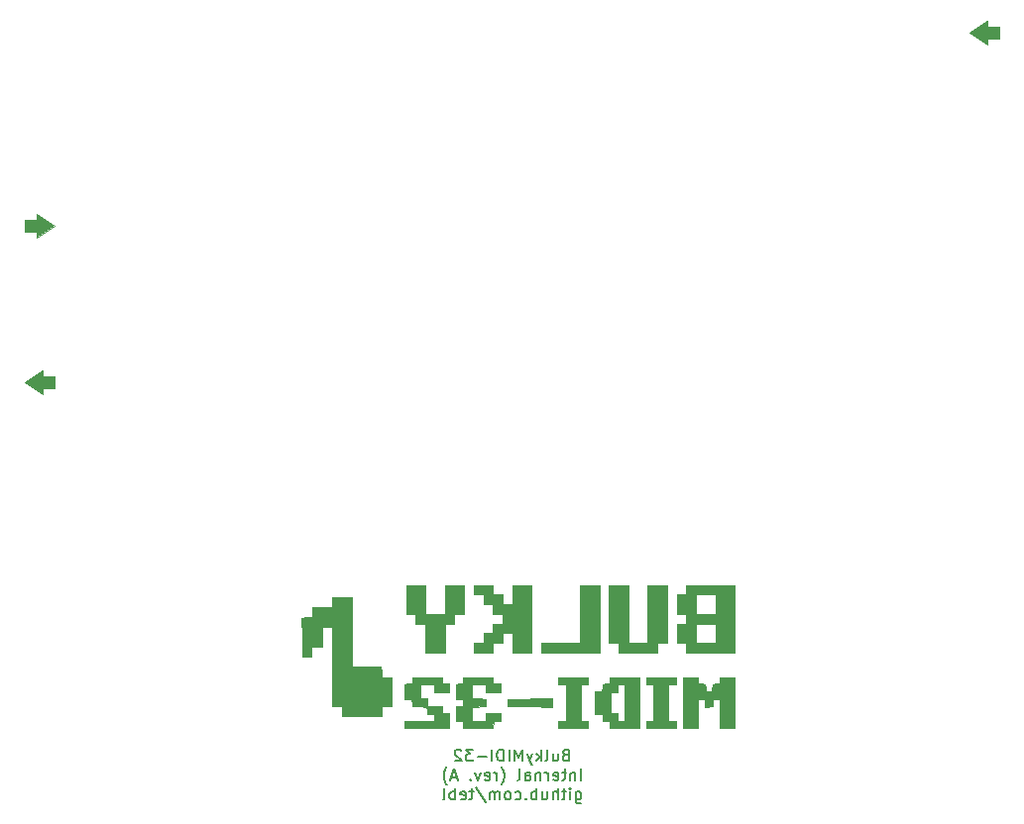
<source format=gbo>
G04 #@! TF.GenerationSoftware,KiCad,Pcbnew,(5.1.8)-1*
G04 #@! TF.CreationDate,2023-02-02T03:17:37+01:00*
G04 #@! TF.ProjectId,BulkyMIDI-32 Internal,42756c6b-794d-4494-9449-2d333220496e,rev?*
G04 #@! TF.SameCoordinates,Original*
G04 #@! TF.FileFunction,Legend,Bot*
G04 #@! TF.FilePolarity,Positive*
%FSLAX46Y46*%
G04 Gerber Fmt 4.6, Leading zero omitted, Abs format (unit mm)*
G04 Created by KiCad (PCBNEW (5.1.8)-1) date 2023-02-02 03:17:37*
%MOMM*%
%LPD*%
G01*
G04 APERTURE LIST*
%ADD10C,0.150000*%
%ADD11C,0.010000*%
%ADD12C,0.100000*%
G04 APERTURE END LIST*
D10*
X156147619Y-139542571D02*
X156004761Y-139590190D01*
X155957142Y-139637809D01*
X155909523Y-139733047D01*
X155909523Y-139875904D01*
X155957142Y-139971142D01*
X156004761Y-140018761D01*
X156100000Y-140066380D01*
X156480952Y-140066380D01*
X156480952Y-139066380D01*
X156147619Y-139066380D01*
X156052380Y-139114000D01*
X156004761Y-139161619D01*
X155957142Y-139256857D01*
X155957142Y-139352095D01*
X156004761Y-139447333D01*
X156052380Y-139494952D01*
X156147619Y-139542571D01*
X156480952Y-139542571D01*
X155052380Y-139399714D02*
X155052380Y-140066380D01*
X155480952Y-139399714D02*
X155480952Y-139923523D01*
X155433333Y-140018761D01*
X155338095Y-140066380D01*
X155195238Y-140066380D01*
X155100000Y-140018761D01*
X155052380Y-139971142D01*
X154433333Y-140066380D02*
X154528571Y-140018761D01*
X154576190Y-139923523D01*
X154576190Y-139066380D01*
X154052380Y-140066380D02*
X154052380Y-139066380D01*
X153957142Y-139685428D02*
X153671428Y-140066380D01*
X153671428Y-139399714D02*
X154052380Y-139780666D01*
X153338095Y-139399714D02*
X153100000Y-140066380D01*
X152861904Y-139399714D02*
X153100000Y-140066380D01*
X153195238Y-140304476D01*
X153242857Y-140352095D01*
X153338095Y-140399714D01*
X152480952Y-140066380D02*
X152480952Y-139066380D01*
X152147619Y-139780666D01*
X151814285Y-139066380D01*
X151814285Y-140066380D01*
X151338095Y-140066380D02*
X151338095Y-139066380D01*
X150861904Y-140066380D02*
X150861904Y-139066380D01*
X150623809Y-139066380D01*
X150480952Y-139114000D01*
X150385714Y-139209238D01*
X150338095Y-139304476D01*
X150290476Y-139494952D01*
X150290476Y-139637809D01*
X150338095Y-139828285D01*
X150385714Y-139923523D01*
X150480952Y-140018761D01*
X150623809Y-140066380D01*
X150861904Y-140066380D01*
X149861904Y-140066380D02*
X149861904Y-139066380D01*
X149385714Y-139685428D02*
X148623809Y-139685428D01*
X148242857Y-139066380D02*
X147623809Y-139066380D01*
X147957142Y-139447333D01*
X147814285Y-139447333D01*
X147719047Y-139494952D01*
X147671428Y-139542571D01*
X147623809Y-139637809D01*
X147623809Y-139875904D01*
X147671428Y-139971142D01*
X147719047Y-140018761D01*
X147814285Y-140066380D01*
X148100000Y-140066380D01*
X148195238Y-140018761D01*
X148242857Y-139971142D01*
X147242857Y-139161619D02*
X147195238Y-139114000D01*
X147100000Y-139066380D01*
X146861904Y-139066380D01*
X146766666Y-139114000D01*
X146719047Y-139161619D01*
X146671428Y-139256857D01*
X146671428Y-139352095D01*
X146719047Y-139494952D01*
X147290476Y-140066380D01*
X146671428Y-140066380D01*
X157457142Y-141716380D02*
X157457142Y-140716380D01*
X156980952Y-141049714D02*
X156980952Y-141716380D01*
X156980952Y-141144952D02*
X156933333Y-141097333D01*
X156838095Y-141049714D01*
X156695238Y-141049714D01*
X156600000Y-141097333D01*
X156552380Y-141192571D01*
X156552380Y-141716380D01*
X156219047Y-141049714D02*
X155838095Y-141049714D01*
X156076190Y-140716380D02*
X156076190Y-141573523D01*
X156028571Y-141668761D01*
X155933333Y-141716380D01*
X155838095Y-141716380D01*
X155123809Y-141668761D02*
X155219047Y-141716380D01*
X155409523Y-141716380D01*
X155504761Y-141668761D01*
X155552380Y-141573523D01*
X155552380Y-141192571D01*
X155504761Y-141097333D01*
X155409523Y-141049714D01*
X155219047Y-141049714D01*
X155123809Y-141097333D01*
X155076190Y-141192571D01*
X155076190Y-141287809D01*
X155552380Y-141383047D01*
X154647619Y-141716380D02*
X154647619Y-141049714D01*
X154647619Y-141240190D02*
X154600000Y-141144952D01*
X154552380Y-141097333D01*
X154457142Y-141049714D01*
X154361904Y-141049714D01*
X154028571Y-141049714D02*
X154028571Y-141716380D01*
X154028571Y-141144952D02*
X153980952Y-141097333D01*
X153885714Y-141049714D01*
X153742857Y-141049714D01*
X153647619Y-141097333D01*
X153600000Y-141192571D01*
X153600000Y-141716380D01*
X152695238Y-141716380D02*
X152695238Y-141192571D01*
X152742857Y-141097333D01*
X152838095Y-141049714D01*
X153028571Y-141049714D01*
X153123809Y-141097333D01*
X152695238Y-141668761D02*
X152790476Y-141716380D01*
X153028571Y-141716380D01*
X153123809Y-141668761D01*
X153171428Y-141573523D01*
X153171428Y-141478285D01*
X153123809Y-141383047D01*
X153028571Y-141335428D01*
X152790476Y-141335428D01*
X152695238Y-141287809D01*
X152076190Y-141716380D02*
X152171428Y-141668761D01*
X152219047Y-141573523D01*
X152219047Y-140716380D01*
X150647619Y-142097333D02*
X150695238Y-142049714D01*
X150790476Y-141906857D01*
X150838095Y-141811619D01*
X150885714Y-141668761D01*
X150933333Y-141430666D01*
X150933333Y-141240190D01*
X150885714Y-141002095D01*
X150838095Y-140859238D01*
X150790476Y-140764000D01*
X150695238Y-140621142D01*
X150647619Y-140573523D01*
X150266666Y-141716380D02*
X150266666Y-141049714D01*
X150266666Y-141240190D02*
X150219047Y-141144952D01*
X150171428Y-141097333D01*
X150076190Y-141049714D01*
X149980952Y-141049714D01*
X149266666Y-141668761D02*
X149361904Y-141716380D01*
X149552380Y-141716380D01*
X149647619Y-141668761D01*
X149695238Y-141573523D01*
X149695238Y-141192571D01*
X149647619Y-141097333D01*
X149552380Y-141049714D01*
X149361904Y-141049714D01*
X149266666Y-141097333D01*
X149219047Y-141192571D01*
X149219047Y-141287809D01*
X149695238Y-141383047D01*
X148885714Y-141049714D02*
X148647619Y-141716380D01*
X148409523Y-141049714D01*
X148028571Y-141621142D02*
X147980952Y-141668761D01*
X148028571Y-141716380D01*
X148076190Y-141668761D01*
X148028571Y-141621142D01*
X148028571Y-141716380D01*
X146838095Y-141430666D02*
X146361904Y-141430666D01*
X146933333Y-141716380D02*
X146600000Y-140716380D01*
X146266666Y-141716380D01*
X146028571Y-142097333D02*
X145980952Y-142049714D01*
X145885714Y-141906857D01*
X145838095Y-141811619D01*
X145790476Y-141668761D01*
X145742857Y-141430666D01*
X145742857Y-141240190D01*
X145790476Y-141002095D01*
X145838095Y-140859238D01*
X145885714Y-140764000D01*
X145980952Y-140621142D01*
X146028571Y-140573523D01*
X157004761Y-142699714D02*
X157004761Y-143509238D01*
X157052380Y-143604476D01*
X157100000Y-143652095D01*
X157195238Y-143699714D01*
X157338095Y-143699714D01*
X157433333Y-143652095D01*
X157004761Y-143318761D02*
X157100000Y-143366380D01*
X157290476Y-143366380D01*
X157385714Y-143318761D01*
X157433333Y-143271142D01*
X157480952Y-143175904D01*
X157480952Y-142890190D01*
X157433333Y-142794952D01*
X157385714Y-142747333D01*
X157290476Y-142699714D01*
X157100000Y-142699714D01*
X157004761Y-142747333D01*
X156528571Y-143366380D02*
X156528571Y-142699714D01*
X156528571Y-142366380D02*
X156576190Y-142414000D01*
X156528571Y-142461619D01*
X156480952Y-142414000D01*
X156528571Y-142366380D01*
X156528571Y-142461619D01*
X156195238Y-142699714D02*
X155814285Y-142699714D01*
X156052380Y-142366380D02*
X156052380Y-143223523D01*
X156004761Y-143318761D01*
X155909523Y-143366380D01*
X155814285Y-143366380D01*
X155480952Y-143366380D02*
X155480952Y-142366380D01*
X155052380Y-143366380D02*
X155052380Y-142842571D01*
X155100000Y-142747333D01*
X155195238Y-142699714D01*
X155338095Y-142699714D01*
X155433333Y-142747333D01*
X155480952Y-142794952D01*
X154147619Y-142699714D02*
X154147619Y-143366380D01*
X154576190Y-142699714D02*
X154576190Y-143223523D01*
X154528571Y-143318761D01*
X154433333Y-143366380D01*
X154290476Y-143366380D01*
X154195238Y-143318761D01*
X154147619Y-143271142D01*
X153671428Y-143366380D02*
X153671428Y-142366380D01*
X153671428Y-142747333D02*
X153576190Y-142699714D01*
X153385714Y-142699714D01*
X153290476Y-142747333D01*
X153242857Y-142794952D01*
X153195238Y-142890190D01*
X153195238Y-143175904D01*
X153242857Y-143271142D01*
X153290476Y-143318761D01*
X153385714Y-143366380D01*
X153576190Y-143366380D01*
X153671428Y-143318761D01*
X152766666Y-143271142D02*
X152719047Y-143318761D01*
X152766666Y-143366380D01*
X152814285Y-143318761D01*
X152766666Y-143271142D01*
X152766666Y-143366380D01*
X151861904Y-143318761D02*
X151957142Y-143366380D01*
X152147619Y-143366380D01*
X152242857Y-143318761D01*
X152290476Y-143271142D01*
X152338095Y-143175904D01*
X152338095Y-142890190D01*
X152290476Y-142794952D01*
X152242857Y-142747333D01*
X152147619Y-142699714D01*
X151957142Y-142699714D01*
X151861904Y-142747333D01*
X151290476Y-143366380D02*
X151385714Y-143318761D01*
X151433333Y-143271142D01*
X151480952Y-143175904D01*
X151480952Y-142890190D01*
X151433333Y-142794952D01*
X151385714Y-142747333D01*
X151290476Y-142699714D01*
X151147619Y-142699714D01*
X151052380Y-142747333D01*
X151004761Y-142794952D01*
X150957142Y-142890190D01*
X150957142Y-143175904D01*
X151004761Y-143271142D01*
X151052380Y-143318761D01*
X151147619Y-143366380D01*
X151290476Y-143366380D01*
X150528571Y-143366380D02*
X150528571Y-142699714D01*
X150528571Y-142794952D02*
X150480952Y-142747333D01*
X150385714Y-142699714D01*
X150242857Y-142699714D01*
X150147619Y-142747333D01*
X150100000Y-142842571D01*
X150100000Y-143366380D01*
X150100000Y-142842571D02*
X150052380Y-142747333D01*
X149957142Y-142699714D01*
X149814285Y-142699714D01*
X149719047Y-142747333D01*
X149671428Y-142842571D01*
X149671428Y-143366380D01*
X148480952Y-142318761D02*
X149338095Y-143604476D01*
X148290476Y-142699714D02*
X147909523Y-142699714D01*
X148147619Y-142366380D02*
X148147619Y-143223523D01*
X148100000Y-143318761D01*
X148004761Y-143366380D01*
X147909523Y-143366380D01*
X147195238Y-143318761D02*
X147290476Y-143366380D01*
X147480952Y-143366380D01*
X147576190Y-143318761D01*
X147623809Y-143223523D01*
X147623809Y-142842571D01*
X147576190Y-142747333D01*
X147480952Y-142699714D01*
X147290476Y-142699714D01*
X147195238Y-142747333D01*
X147147619Y-142842571D01*
X147147619Y-142937809D01*
X147623809Y-143033047D01*
X146719047Y-143366380D02*
X146719047Y-142366380D01*
X146719047Y-142747333D02*
X146623809Y-142699714D01*
X146433333Y-142699714D01*
X146338095Y-142747333D01*
X146290476Y-142794952D01*
X146242857Y-142890190D01*
X146242857Y-143175904D01*
X146290476Y-143271142D01*
X146338095Y-143318761D01*
X146433333Y-143366380D01*
X146623809Y-143366380D01*
X146719047Y-143318761D01*
X145671428Y-143366380D02*
X145766666Y-143318761D01*
X145814285Y-143223523D01*
X145814285Y-142366380D01*
D11*
G36*
X169316500Y-133164270D02*
G01*
X169316501Y-133446541D01*
X169014875Y-133465895D01*
X168713250Y-133485250D01*
X168674542Y-134088500D01*
X168116959Y-134088500D01*
X168097605Y-133786875D01*
X168078250Y-133485250D01*
X167776625Y-133465895D01*
X167475001Y-133446541D01*
X167475000Y-133164270D01*
X167475000Y-132882000D01*
X166205000Y-132882000D01*
X166205000Y-137263500D01*
X167475000Y-137263500D01*
X167475000Y-134787000D01*
X168046500Y-134787000D01*
X168046500Y-135428636D01*
X168713250Y-135390250D01*
X168732605Y-135088625D01*
X168751959Y-134787000D01*
X169316500Y-134787000D01*
X169316500Y-137263500D01*
X170586500Y-137263500D01*
X170586500Y-132882000D01*
X169316500Y-132882000D01*
X169316500Y-133164270D01*
G37*
X169316500Y-133164270D02*
X169316501Y-133446541D01*
X169014875Y-133465895D01*
X168713250Y-133485250D01*
X168674542Y-134088500D01*
X168116959Y-134088500D01*
X168097605Y-133786875D01*
X168078250Y-133485250D01*
X167776625Y-133465895D01*
X167475001Y-133446541D01*
X167475000Y-133164270D01*
X167475000Y-132882000D01*
X166205000Y-132882000D01*
X166205000Y-137263500D01*
X167475000Y-137263500D01*
X167475000Y-134787000D01*
X168046500Y-134787000D01*
X168046500Y-135428636D01*
X168713250Y-135390250D01*
X168732605Y-135088625D01*
X168751959Y-134787000D01*
X169316500Y-134787000D01*
X169316500Y-137263500D01*
X170586500Y-137263500D01*
X170586500Y-132882000D01*
X169316500Y-132882000D01*
X169316500Y-133164270D01*
G36*
X163030000Y-133517000D02*
G01*
X163665000Y-133517000D01*
X163665000Y-136628500D01*
X163030000Y-136628500D01*
X163030000Y-137263500D01*
X165570000Y-137263500D01*
X165570000Y-136628500D01*
X164935000Y-136628500D01*
X164935000Y-133517000D01*
X165570000Y-133517000D01*
X165570000Y-132882000D01*
X163030000Y-132882000D01*
X163030000Y-133517000D01*
G37*
X163030000Y-133517000D02*
X163665000Y-133517000D01*
X163665000Y-136628500D01*
X163030000Y-136628500D01*
X163030000Y-137263500D01*
X165570000Y-137263500D01*
X165570000Y-136628500D01*
X164935000Y-136628500D01*
X164935000Y-133517000D01*
X165570000Y-133517000D01*
X165570000Y-132882000D01*
X163030000Y-132882000D01*
X163030000Y-133517000D01*
G36*
X159918500Y-133446541D02*
G01*
X159616875Y-133465895D01*
X159315250Y-133485250D01*
X159296033Y-133783532D01*
X159276815Y-134081814D01*
X158978533Y-134101032D01*
X158680250Y-134120250D01*
X158680250Y-136025250D01*
X159283500Y-136063958D01*
X159283500Y-136628500D01*
X159918500Y-136628500D01*
X159918500Y-137263500D01*
X162458500Y-137263500D01*
X162458500Y-133517000D01*
X161188500Y-133517000D01*
X161188500Y-136628500D01*
X160617000Y-136628500D01*
X160617000Y-135993500D01*
X159982000Y-135993500D01*
X159982000Y-134152000D01*
X160617000Y-134152000D01*
X160617000Y-133517000D01*
X161188500Y-133517000D01*
X162458500Y-133517000D01*
X162458500Y-132882000D01*
X159918500Y-132882000D01*
X159918500Y-133446541D01*
G37*
X159918500Y-133446541D02*
X159616875Y-133465895D01*
X159315250Y-133485250D01*
X159296033Y-133783532D01*
X159276815Y-134081814D01*
X158978533Y-134101032D01*
X158680250Y-134120250D01*
X158680250Y-136025250D01*
X159283500Y-136063958D01*
X159283500Y-136628500D01*
X159918500Y-136628500D01*
X159918500Y-137263500D01*
X162458500Y-137263500D01*
X162458500Y-133517000D01*
X161188500Y-133517000D01*
X161188500Y-136628500D01*
X160617000Y-136628500D01*
X160617000Y-135993500D01*
X159982000Y-135993500D01*
X159982000Y-134152000D01*
X160617000Y-134152000D01*
X160617000Y-133517000D01*
X161188500Y-133517000D01*
X162458500Y-133517000D01*
X162458500Y-132882000D01*
X159918500Y-132882000D01*
X159918500Y-133446541D01*
G36*
X155537000Y-133517000D02*
G01*
X156172000Y-133517000D01*
X156172000Y-136628500D01*
X155537000Y-136628500D01*
X155537000Y-137263500D01*
X158077000Y-137263500D01*
X158077000Y-136628500D01*
X157442000Y-136628500D01*
X157442000Y-133517000D01*
X158077000Y-133517000D01*
X158077000Y-132882000D01*
X155537000Y-132882000D01*
X155537000Y-133517000D01*
G37*
X155537000Y-133517000D02*
X156172000Y-133517000D01*
X156172000Y-136628500D01*
X155537000Y-136628500D01*
X155537000Y-137263500D01*
X158077000Y-137263500D01*
X158077000Y-136628500D01*
X157442000Y-136628500D01*
X157442000Y-133517000D01*
X158077000Y-133517000D01*
X158077000Y-132882000D01*
X155537000Y-132882000D01*
X155537000Y-133517000D01*
G36*
X147409000Y-133446541D02*
G01*
X147107375Y-133465895D01*
X146805750Y-133485250D01*
X146805750Y-134755250D01*
X147409000Y-134793958D01*
X147409000Y-135351541D01*
X147107375Y-135370895D01*
X146805750Y-135390250D01*
X146769402Y-136628500D01*
X147409000Y-136628500D01*
X147409000Y-137263500D01*
X149942042Y-137263500D01*
X149980750Y-136660250D01*
X150282375Y-136640895D01*
X150584000Y-136621541D01*
X150584000Y-135993500D01*
X149314000Y-135993500D01*
X149314000Y-136628500D01*
X148107500Y-136628500D01*
X148107500Y-135426598D01*
X149345750Y-135390250D01*
X149345750Y-134755250D01*
X148726625Y-134737075D01*
X148107500Y-134718901D01*
X148107500Y-133517000D01*
X149314000Y-133517000D01*
X149314000Y-134152000D01*
X150584000Y-134152000D01*
X150584000Y-133453500D01*
X149949000Y-133453500D01*
X149949000Y-132882000D01*
X147409000Y-132882000D01*
X147409000Y-133446541D01*
G37*
X147409000Y-133446541D02*
X147107375Y-133465895D01*
X146805750Y-133485250D01*
X146805750Y-134755250D01*
X147409000Y-134793958D01*
X147409000Y-135351541D01*
X147107375Y-135370895D01*
X146805750Y-135390250D01*
X146769402Y-136628500D01*
X147409000Y-136628500D01*
X147409000Y-137263500D01*
X149942042Y-137263500D01*
X149980750Y-136660250D01*
X150282375Y-136640895D01*
X150584000Y-136621541D01*
X150584000Y-135993500D01*
X149314000Y-135993500D01*
X149314000Y-136628500D01*
X148107500Y-136628500D01*
X148107500Y-135426598D01*
X149345750Y-135390250D01*
X149345750Y-134755250D01*
X148726625Y-134737075D01*
X148107500Y-134718901D01*
X148107500Y-133517000D01*
X149314000Y-133517000D01*
X149314000Y-134152000D01*
X150584000Y-134152000D01*
X150584000Y-133453500D01*
X149949000Y-133453500D01*
X149949000Y-132882000D01*
X147409000Y-132882000D01*
X147409000Y-133446541D01*
G36*
X143027500Y-133446541D02*
G01*
X142725875Y-133465895D01*
X142424250Y-133485250D01*
X142424250Y-134755250D01*
X142722533Y-134774467D01*
X143020815Y-134793685D01*
X143040033Y-135091967D01*
X143059250Y-135390250D01*
X143674989Y-135408383D01*
X144290727Y-135426517D01*
X144309989Y-135725883D01*
X144329250Y-136025250D01*
X144932500Y-136063958D01*
X144932500Y-136628500D01*
X142392500Y-136628500D01*
X142392500Y-137263500D01*
X146202500Y-137263500D01*
X146202500Y-135993500D01*
X145567500Y-135993500D01*
X145567500Y-135358500D01*
X144361000Y-135358500D01*
X144361000Y-134723500D01*
X143726000Y-134723500D01*
X143726000Y-133517000D01*
X144932500Y-133517000D01*
X144932500Y-134152000D01*
X146202500Y-134152000D01*
X146202500Y-133453500D01*
X145567500Y-133453500D01*
X145567500Y-132882000D01*
X143027500Y-132882000D01*
X143027500Y-133446541D01*
G37*
X143027500Y-133446541D02*
X142725875Y-133465895D01*
X142424250Y-133485250D01*
X142424250Y-134755250D01*
X142722533Y-134774467D01*
X143020815Y-134793685D01*
X143040033Y-135091967D01*
X143059250Y-135390250D01*
X143674989Y-135408383D01*
X144290727Y-135426517D01*
X144309989Y-135725883D01*
X144329250Y-136025250D01*
X144932500Y-136063958D01*
X144932500Y-136628500D01*
X142392500Y-136628500D01*
X142392500Y-137263500D01*
X146202500Y-137263500D01*
X146202500Y-135993500D01*
X145567500Y-135993500D01*
X145567500Y-135358500D01*
X144361000Y-135358500D01*
X144361000Y-134723500D01*
X143726000Y-134723500D01*
X143726000Y-133517000D01*
X144932500Y-133517000D01*
X144932500Y-134152000D01*
X146202500Y-134152000D01*
X146202500Y-133453500D01*
X145567500Y-133453500D01*
X145567500Y-132882000D01*
X143027500Y-132882000D01*
X143027500Y-133446541D01*
G36*
X136169500Y-126913000D02*
G01*
X134524303Y-126913000D01*
X134505527Y-127341625D01*
X134486750Y-127770250D01*
X134057077Y-127789050D01*
X133627403Y-127807850D01*
X133644327Y-129471800D01*
X133661250Y-131135750D01*
X134455000Y-131173560D01*
X134455000Y-130278500D01*
X135344000Y-130278500D01*
X135344000Y-128564000D01*
X136169500Y-128564000D01*
X136169500Y-135358500D01*
X137058500Y-135358500D01*
X137058500Y-136184000D01*
X140424000Y-136184000D01*
X140424000Y-135358500D01*
X141249500Y-135358500D01*
X141249500Y-132882000D01*
X140429803Y-132882000D01*
X140411027Y-132453375D01*
X140392250Y-132024750D01*
X139138125Y-132007532D01*
X137884000Y-131990315D01*
X137884000Y-126087500D01*
X136169500Y-126087500D01*
X136169500Y-126913000D01*
G37*
X136169500Y-126913000D02*
X134524303Y-126913000D01*
X134505527Y-127341625D01*
X134486750Y-127770250D01*
X134057077Y-127789050D01*
X133627403Y-127807850D01*
X133644327Y-129471800D01*
X133661250Y-131135750D01*
X134455000Y-131173560D01*
X134455000Y-130278500D01*
X135344000Y-130278500D01*
X135344000Y-128564000D01*
X136169500Y-128564000D01*
X136169500Y-135358500D01*
X137058500Y-135358500D01*
X137058500Y-136184000D01*
X140424000Y-136184000D01*
X140424000Y-135358500D01*
X141249500Y-135358500D01*
X141249500Y-132882000D01*
X140429803Y-132882000D01*
X140411027Y-132453375D01*
X140392250Y-132024750D01*
X139138125Y-132007532D01*
X137884000Y-131990315D01*
X137884000Y-126087500D01*
X136169500Y-126087500D01*
X136169500Y-126913000D01*
G36*
X151187250Y-134755250D02*
G01*
X151187250Y-135390250D01*
X153076375Y-135407069D01*
X154965500Y-135423889D01*
X154965500Y-134721610D01*
X151187250Y-134755250D01*
G37*
X151187250Y-134755250D02*
X151187250Y-135390250D01*
X153076375Y-135407069D01*
X154965500Y-135423889D01*
X154965500Y-134721610D01*
X151187250Y-134755250D01*
G36*
X166459000Y-125833500D02*
G01*
X165633500Y-125833500D01*
X165633500Y-127484500D01*
X166459000Y-127484500D01*
X166459000Y-128310000D01*
X165633500Y-128310000D01*
X165633500Y-129961000D01*
X166459000Y-129961000D01*
X166459000Y-130786500D01*
X170586500Y-130786500D01*
X170586500Y-128310000D01*
X168935500Y-128310000D01*
X168935500Y-129961000D01*
X167284500Y-129961000D01*
X167284500Y-128310000D01*
X168935500Y-128310000D01*
X170586500Y-128310000D01*
X170586500Y-125833500D01*
X168935500Y-125833500D01*
X168935500Y-127484500D01*
X167284500Y-127484500D01*
X167284500Y-125833500D01*
X168935500Y-125833500D01*
X170586500Y-125833500D01*
X170586500Y-125008000D01*
X166459000Y-125008000D01*
X166459000Y-125833500D01*
G37*
X166459000Y-125833500D02*
X165633500Y-125833500D01*
X165633500Y-127484500D01*
X166459000Y-127484500D01*
X166459000Y-128310000D01*
X165633500Y-128310000D01*
X165633500Y-129961000D01*
X166459000Y-129961000D01*
X166459000Y-130786500D01*
X170586500Y-130786500D01*
X170586500Y-128310000D01*
X168935500Y-128310000D01*
X168935500Y-129961000D01*
X167284500Y-129961000D01*
X167284500Y-128310000D01*
X168935500Y-128310000D01*
X170586500Y-128310000D01*
X170586500Y-125833500D01*
X168935500Y-125833500D01*
X168935500Y-127484500D01*
X167284500Y-127484500D01*
X167284500Y-125833500D01*
X168935500Y-125833500D01*
X170586500Y-125833500D01*
X170586500Y-125008000D01*
X166459000Y-125008000D01*
X166459000Y-125833500D01*
G36*
X163157000Y-129961000D02*
G01*
X161506000Y-129961000D01*
X161506000Y-125008000D01*
X159855000Y-125008000D01*
X159855000Y-129961000D01*
X160680500Y-129961000D01*
X160680500Y-130786500D01*
X163982500Y-130786500D01*
X163982500Y-129961000D01*
X164808000Y-129961000D01*
X164808000Y-125008000D01*
X163157000Y-125008000D01*
X163157000Y-129961000D01*
G37*
X163157000Y-129961000D02*
X161506000Y-129961000D01*
X161506000Y-125008000D01*
X159855000Y-125008000D01*
X159855000Y-129961000D01*
X160680500Y-129961000D01*
X160680500Y-130786500D01*
X163982500Y-130786500D01*
X163982500Y-129961000D01*
X164808000Y-129961000D01*
X164808000Y-125008000D01*
X163157000Y-125008000D01*
X163157000Y-129961000D01*
G36*
X157378500Y-129961000D02*
G01*
X154076500Y-129961000D01*
X154076500Y-130786500D01*
X159029500Y-130786500D01*
X159029500Y-125008000D01*
X157378500Y-125008000D01*
X157378500Y-129961000D01*
G37*
X157378500Y-129961000D02*
X154076500Y-129961000D01*
X154076500Y-130786500D01*
X159029500Y-130786500D01*
X159029500Y-125008000D01*
X157378500Y-125008000D01*
X157378500Y-129961000D01*
G36*
X151600000Y-126659000D02*
G01*
X150774500Y-126659000D01*
X150774500Y-125833500D01*
X149949000Y-125833500D01*
X149949000Y-125008000D01*
X148298000Y-125008000D01*
X148298000Y-125833500D01*
X149123500Y-125833500D01*
X149123500Y-126659000D01*
X149949000Y-126659000D01*
X149949000Y-127484500D01*
X150774500Y-127484500D01*
X150774500Y-128310000D01*
X149949000Y-128310000D01*
X149949000Y-129135500D01*
X149123500Y-129135500D01*
X149123500Y-129961000D01*
X148298000Y-129961000D01*
X148298000Y-130786500D01*
X149949000Y-130786500D01*
X149949000Y-129961000D01*
X150774500Y-129961000D01*
X150774500Y-129135500D01*
X151600000Y-129135500D01*
X151600000Y-130786500D01*
X153251000Y-130786500D01*
X153251000Y-125008000D01*
X151600000Y-125008000D01*
X151600000Y-126659000D01*
G37*
X151600000Y-126659000D02*
X150774500Y-126659000D01*
X150774500Y-125833500D01*
X149949000Y-125833500D01*
X149949000Y-125008000D01*
X148298000Y-125008000D01*
X148298000Y-125833500D01*
X149123500Y-125833500D01*
X149123500Y-126659000D01*
X149949000Y-126659000D01*
X149949000Y-127484500D01*
X150774500Y-127484500D01*
X150774500Y-128310000D01*
X149949000Y-128310000D01*
X149949000Y-129135500D01*
X149123500Y-129135500D01*
X149123500Y-129961000D01*
X148298000Y-129961000D01*
X148298000Y-130786500D01*
X149949000Y-130786500D01*
X149949000Y-129961000D01*
X150774500Y-129961000D01*
X150774500Y-129135500D01*
X151600000Y-129135500D01*
X151600000Y-130786500D01*
X153251000Y-130786500D01*
X153251000Y-125008000D01*
X151600000Y-125008000D01*
X151600000Y-126659000D01*
G36*
X145821500Y-127484500D02*
G01*
X144170500Y-127484500D01*
X144170500Y-125008000D01*
X142519500Y-125008000D01*
X142519500Y-127484500D01*
X143345000Y-127484500D01*
X143345000Y-128310000D01*
X144170500Y-128310000D01*
X144170500Y-130786500D01*
X145821500Y-130786500D01*
X145821500Y-128310000D01*
X146647000Y-128310000D01*
X146647000Y-127484500D01*
X147472500Y-127484500D01*
X147472500Y-125008000D01*
X145821500Y-125008000D01*
X145821500Y-127484500D01*
G37*
X145821500Y-127484500D02*
X144170500Y-127484500D01*
X144170500Y-125008000D01*
X142519500Y-125008000D01*
X142519500Y-127484500D01*
X143345000Y-127484500D01*
X143345000Y-128310000D01*
X144170500Y-128310000D01*
X144170500Y-130786500D01*
X145821500Y-130786500D01*
X145821500Y-128310000D01*
X146647000Y-128310000D01*
X146647000Y-127484500D01*
X147472500Y-127484500D01*
X147472500Y-125008000D01*
X145821500Y-125008000D01*
X145821500Y-127484500D01*
D12*
G36*
X110997001Y-93827000D02*
G01*
X110997001Y-93319000D01*
X112521001Y-94335000D01*
X110997001Y-95351000D01*
X110997001Y-94843000D01*
X109981001Y-94843000D01*
X109981001Y-93827000D01*
X110997001Y-93827000D01*
G37*
X110997001Y-93827000D02*
X110997001Y-93319000D01*
X112521001Y-94335000D01*
X110997001Y-95351000D01*
X110997001Y-94843000D01*
X109981001Y-94843000D01*
X109981001Y-93827000D01*
X110997001Y-93827000D01*
G36*
X192202999Y-78272000D02*
G01*
X192202999Y-78780000D01*
X190678999Y-77764000D01*
X192202999Y-76748000D01*
X192202999Y-77256000D01*
X193218999Y-77256000D01*
X193218999Y-78272000D01*
X192202999Y-78272000D01*
G37*
X192202999Y-78272000D02*
X192202999Y-78780000D01*
X190678999Y-77764000D01*
X192202999Y-76748000D01*
X192202999Y-77256000D01*
X193218999Y-77256000D01*
X193218999Y-78272000D01*
X192202999Y-78272000D01*
G36*
X111505001Y-108183000D02*
G01*
X111505001Y-108691000D01*
X109981001Y-107675000D01*
X111505001Y-106659000D01*
X111505001Y-107167000D01*
X112521001Y-107167000D01*
X112521001Y-108183000D01*
X111505001Y-108183000D01*
G37*
X111505001Y-108183000D02*
X111505001Y-108691000D01*
X109981001Y-107675000D01*
X111505001Y-106659000D01*
X111505001Y-107167000D01*
X112521001Y-107167000D01*
X112521001Y-108183000D01*
X111505001Y-108183000D01*
M02*

</source>
